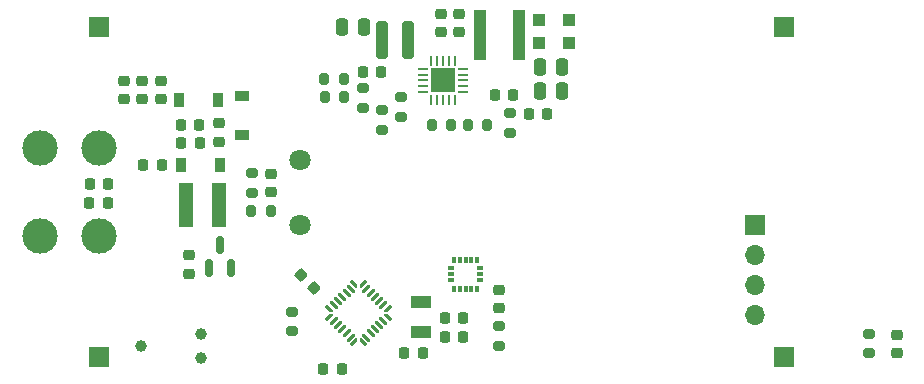
<source format=gbr>
%TF.GenerationSoftware,KiCad,Pcbnew,(6.0.2)*%
%TF.CreationDate,2022-04-09T16:32:05-06:00*%
%TF.ProjectId,SolarGPS,536f6c61-7247-4505-932e-6b696361645f,rev?*%
%TF.SameCoordinates,Original*%
%TF.FileFunction,Soldermask,Bot*%
%TF.FilePolarity,Negative*%
%FSLAX46Y46*%
G04 Gerber Fmt 4.6, Leading zero omitted, Abs format (unit mm)*
G04 Created by KiCad (PCBNEW (6.0.2)) date 2022-04-09 16:32:05*
%MOMM*%
%LPD*%
G01*
G04 APERTURE LIST*
G04 Aperture macros list*
%AMRoundRect*
0 Rectangle with rounded corners*
0 $1 Rounding radius*
0 $2 $3 $4 $5 $6 $7 $8 $9 X,Y pos of 4 corners*
0 Add a 4 corners polygon primitive as box body*
4,1,4,$2,$3,$4,$5,$6,$7,$8,$9,$2,$3,0*
0 Add four circle primitives for the rounded corners*
1,1,$1+$1,$2,$3*
1,1,$1+$1,$4,$5*
1,1,$1+$1,$6,$7*
1,1,$1+$1,$8,$9*
0 Add four rect primitives between the rounded corners*
20,1,$1+$1,$2,$3,$4,$5,0*
20,1,$1+$1,$4,$5,$6,$7,0*
20,1,$1+$1,$6,$7,$8,$9,0*
20,1,$1+$1,$8,$9,$2,$3,0*%
%AMFreePoly0*
4,1,17,0.364320,0.111820,0.377500,0.080000,0.377500,0.053642,0.377501,0.053640,0.369779,0.035000,0.364320,0.021820,0.364318,0.021819,0.230680,-0.111820,0.198860,-0.125000,-0.332500,-0.125000,-0.364320,-0.111820,-0.377500,-0.080000,-0.377500,0.080000,-0.364320,0.111820,-0.332500,0.125000,0.332500,0.125000,0.364320,0.111820,0.364320,0.111820,$1*%
%AMFreePoly1*
4,1,17,0.230680,0.111820,0.364318,-0.021819,0.364320,-0.021820,0.364320,-0.021821,0.377501,-0.053640,0.377500,-0.053642,0.377500,-0.080000,0.364320,-0.111820,0.332500,-0.125000,-0.332500,-0.125000,-0.364320,-0.111820,-0.377500,-0.080000,-0.377500,0.080000,-0.364320,0.111820,-0.332500,0.125000,0.198860,0.125000,0.230680,0.111820,0.230680,0.111820,$1*%
%AMFreePoly2*
4,1,17,0.111820,0.364320,0.125000,0.332500,0.125000,-0.332500,0.111820,-0.364320,0.080000,-0.377500,0.053642,-0.377500,0.053640,-0.377501,0.031140,-0.368181,0.021820,-0.364320,0.021819,-0.364318,-0.111820,-0.230680,-0.125000,-0.198860,-0.125000,0.332500,-0.111820,0.364320,-0.080000,0.377500,0.080000,0.377500,0.111820,0.364320,0.111820,0.364320,$1*%
%AMFreePoly3*
4,1,17,0.111820,0.364320,0.125000,0.332500,0.125000,-0.198858,0.125001,-0.198860,0.115681,-0.221360,0.111820,-0.230680,0.111818,-0.230681,-0.021820,-0.364320,-0.053640,-0.377500,-0.080000,-0.377500,-0.111820,-0.364320,-0.125000,-0.332500,-0.125000,0.332500,-0.111820,0.364320,-0.080000,0.377500,0.080000,0.377500,0.111820,0.364320,0.111820,0.364320,$1*%
%AMFreePoly4*
4,1,17,-0.198858,0.125000,0.332500,0.125000,0.364320,0.111820,0.377500,0.080000,0.377500,-0.080000,0.364320,-0.111820,0.332500,-0.125000,-0.332500,-0.125000,-0.364320,-0.111820,-0.377500,-0.080000,-0.377500,-0.053640,-0.364320,-0.021820,-0.230681,0.111818,-0.230680,0.111820,-0.221360,0.115681,-0.198860,0.125001,-0.198858,0.125000,-0.198858,0.125000,$1*%
%AMFreePoly5*
4,1,17,0.364320,0.111820,0.377500,0.080000,0.377500,-0.080000,0.364320,-0.111820,0.332500,-0.125000,-0.198858,-0.125000,-0.198860,-0.125001,-0.221360,-0.115681,-0.230680,-0.111820,-0.230681,-0.111818,-0.364320,0.021820,-0.377500,0.053640,-0.377500,0.080000,-0.364320,0.111820,-0.332500,0.125000,0.332500,0.125000,0.364320,0.111820,0.364320,0.111820,$1*%
%AMFreePoly6*
4,1,17,-0.021820,0.364320,0.111818,0.230681,0.111820,0.230680,0.111820,0.230679,0.125001,0.198860,0.125000,0.198858,0.125000,-0.332500,0.111820,-0.364320,0.080000,-0.377500,-0.080000,-0.377500,-0.111820,-0.364320,-0.125000,-0.332500,-0.125000,0.332500,-0.111820,0.364320,-0.080000,0.377500,-0.053640,0.377500,-0.021820,0.364320,-0.021820,0.364320,$1*%
%AMFreePoly7*
4,1,17,0.053642,0.377500,0.080000,0.377500,0.111820,0.364320,0.125000,0.332500,0.125000,-0.332500,0.111820,-0.364320,0.080000,-0.377500,-0.080000,-0.377500,-0.111820,-0.364320,-0.125000,-0.332500,-0.125000,0.198860,-0.111820,0.230680,0.021819,0.364318,0.021820,0.364320,0.031140,0.368181,0.053640,0.377501,0.053642,0.377500,0.053642,0.377500,$1*%
G04 Aperture macros list end*
%ADD10C,3.000000*%
%ADD11C,0.990600*%
%ADD12RoundRect,0.218750X-0.256250X0.218750X-0.256250X-0.218750X0.256250X-0.218750X0.256250X0.218750X0*%
%ADD13RoundRect,0.218750X0.256250X-0.218750X0.256250X0.218750X-0.256250X0.218750X-0.256250X-0.218750X0*%
%ADD14RoundRect,0.218750X0.218750X0.256250X-0.218750X0.256250X-0.218750X-0.256250X0.218750X-0.256250X0*%
%ADD15RoundRect,0.218750X-0.218750X-0.256250X0.218750X-0.256250X0.218750X0.256250X-0.218750X0.256250X0*%
%ADD16RoundRect,0.225000X0.335876X0.017678X0.017678X0.335876X-0.335876X-0.017678X-0.017678X-0.335876X0*%
%ADD17RoundRect,0.225000X0.250000X-0.225000X0.250000X0.225000X-0.250000X0.225000X-0.250000X-0.225000X0*%
%ADD18RoundRect,0.087500X0.087500X-0.187500X0.087500X0.187500X-0.087500X0.187500X-0.087500X-0.187500X0*%
%ADD19RoundRect,0.087500X0.187500X-0.087500X0.187500X0.087500X-0.187500X0.087500X-0.187500X-0.087500X0*%
%ADD20RoundRect,0.200000X-0.275000X0.200000X-0.275000X-0.200000X0.275000X-0.200000X0.275000X0.200000X0*%
%ADD21RoundRect,0.200000X-0.200000X-0.275000X0.200000X-0.275000X0.200000X0.275000X-0.200000X0.275000X0*%
%ADD22RoundRect,0.225000X-0.225000X-0.250000X0.225000X-0.250000X0.225000X0.250000X-0.225000X0.250000X0*%
%ADD23R,1.700000X1.700000*%
%ADD24RoundRect,0.062500X0.375000X0.062500X-0.375000X0.062500X-0.375000X-0.062500X0.375000X-0.062500X0*%
%ADD25RoundRect,0.062500X0.062500X0.375000X-0.062500X0.375000X-0.062500X-0.375000X0.062500X-0.375000X0*%
%ADD26R,2.000000X2.000000*%
%ADD27RoundRect,0.225000X-0.250000X0.225000X-0.250000X-0.225000X0.250000X-0.225000X0.250000X0.225000X0*%
%ADD28RoundRect,0.225000X0.225000X0.250000X-0.225000X0.250000X-0.225000X-0.250000X0.225000X-0.250000X0*%
%ADD29RoundRect,0.200000X0.200000X0.275000X-0.200000X0.275000X-0.200000X-0.275000X0.200000X-0.275000X0*%
%ADD30RoundRect,0.250000X0.250000X0.475000X-0.250000X0.475000X-0.250000X-0.475000X0.250000X-0.475000X0*%
%ADD31RoundRect,0.250000X-0.250000X-0.475000X0.250000X-0.475000X0.250000X0.475000X-0.250000X0.475000X0*%
%ADD32R,1.000000X1.000000*%
%ADD33R,1.000000X4.300000*%
%ADD34C,1.800000*%
%ADD35FreePoly0,135.000000*%
%ADD36RoundRect,0.062500X0.309359X-0.220971X-0.220971X0.309359X-0.309359X0.220971X0.220971X-0.309359X0*%
%ADD37FreePoly1,135.000000*%
%ADD38FreePoly2,135.000000*%
%ADD39RoundRect,0.062500X0.309359X0.220971X0.220971X0.309359X-0.309359X-0.220971X-0.220971X-0.309359X0*%
%ADD40FreePoly3,135.000000*%
%ADD41FreePoly4,135.000000*%
%ADD42FreePoly5,135.000000*%
%ADD43FreePoly6,135.000000*%
%ADD44FreePoly7,135.000000*%
%ADD45RoundRect,0.200000X0.275000X-0.200000X0.275000X0.200000X-0.275000X0.200000X-0.275000X-0.200000X0*%
%ADD46R,0.900000X1.200000*%
%ADD47O,1.700000X1.700000*%
%ADD48R,1.200000X0.900000*%
%ADD49R,1.200000X3.700000*%
%ADD50RoundRect,0.150000X0.150000X-0.587500X0.150000X0.587500X-0.150000X0.587500X-0.150000X-0.587500X0*%
%ADD51RoundRect,0.250000X0.250000X1.350000X-0.250000X1.350000X-0.250000X-1.350000X0.250000X-1.350000X0*%
%ADD52R,1.800000X1.000000*%
G04 APERTURE END LIST*
D10*
%TO.C,J7*%
X57000000Y-62250000D03*
X52000000Y-62250000D03*
X52000000Y-69750000D03*
X57000000Y-69750000D03*
%TD*%
D11*
%TO.C,J4*%
X65640000Y-80066000D03*
X65640000Y-78034000D03*
X60560000Y-79050000D03*
%TD*%
D12*
%TO.C,R3*%
X64600000Y-71362500D03*
X64600000Y-72937500D03*
%TD*%
D13*
%TO.C,C5*%
X124550000Y-79637500D03*
X124550000Y-78062500D03*
%TD*%
D14*
%TO.C,C9*%
X57787500Y-66900000D03*
X56212500Y-66900000D03*
%TD*%
D15*
%TO.C,C20*%
X63962500Y-61850000D03*
X65537500Y-61850000D03*
%TD*%
D16*
%TO.C,C25*%
X75198008Y-74148008D03*
X74101992Y-73051992D03*
%TD*%
D17*
%TO.C,C26*%
X90850000Y-75850000D03*
X90850000Y-74300000D03*
%TD*%
D18*
%TO.C,U6*%
X89050000Y-74175000D03*
X88550000Y-74175000D03*
X88050000Y-74175000D03*
X87550000Y-74175000D03*
X87050000Y-74175000D03*
D19*
X86825000Y-73450000D03*
X86825000Y-72950000D03*
X86825000Y-72450000D03*
D18*
X87050000Y-71725000D03*
X87550000Y-71725000D03*
X88050000Y-71725000D03*
X88550000Y-71725000D03*
X89050000Y-71725000D03*
D19*
X89275000Y-72450000D03*
X89275000Y-72950000D03*
X89275000Y-73450000D03*
%TD*%
D20*
%TO.C,R7*%
X122250000Y-77975000D03*
X122250000Y-79625000D03*
%TD*%
D21*
%TO.C,ROUT2*%
X76075000Y-56400000D03*
X77725000Y-56400000D03*
%TD*%
D22*
%TO.C,C10*%
X86275000Y-78250000D03*
X87825000Y-78250000D03*
%TD*%
D23*
%TO.C,J2*%
X57000000Y-80000000D03*
%TD*%
D24*
%TO.C,U3*%
X87837500Y-55550000D03*
X87837500Y-56050000D03*
X87837500Y-56550000D03*
X87837500Y-57050000D03*
X87837500Y-57550000D03*
D25*
X87150000Y-58237500D03*
X86650000Y-58237500D03*
X86150000Y-58237500D03*
X85650000Y-58237500D03*
X85150000Y-58237500D03*
D24*
X84462500Y-57550000D03*
X84462500Y-57050000D03*
X84462500Y-56550000D03*
X84462500Y-56050000D03*
X84462500Y-55550000D03*
D25*
X85150000Y-54862500D03*
X85650000Y-54862500D03*
X86150000Y-54862500D03*
X86650000Y-54862500D03*
X87150000Y-54862500D03*
D26*
X86150000Y-56550000D03*
%TD*%
D27*
%TO.C,C27*%
X87500000Y-50925000D03*
X87500000Y-52475000D03*
%TD*%
D20*
%TO.C,ROK1*%
X80950000Y-59075000D03*
X80950000Y-60725000D03*
%TD*%
D28*
%TO.C,C14*%
X94975000Y-59350000D03*
X93425000Y-59350000D03*
%TD*%
D27*
%TO.C,C21*%
X62250000Y-56575000D03*
X62250000Y-58125000D03*
%TD*%
D21*
%TO.C,R12*%
X69900000Y-67600000D03*
X71550000Y-67600000D03*
%TD*%
D29*
%TO.C,ROV1*%
X86825000Y-60350000D03*
X85175000Y-60350000D03*
%TD*%
D23*
%TO.C,J3*%
X57000000Y-52000000D03*
%TD*%
D30*
%TO.C,C12*%
X96250000Y-55400000D03*
X94350000Y-55400000D03*
%TD*%
D27*
%TO.C,C13*%
X71550000Y-64475000D03*
X71550000Y-66025000D03*
%TD*%
D28*
%TO.C,C17*%
X92075000Y-57800000D03*
X90525000Y-57800000D03*
%TD*%
D22*
%TO.C,C3*%
X63975000Y-60300000D03*
X65525000Y-60300000D03*
%TD*%
D17*
%TO.C,C22*%
X67200000Y-61725000D03*
X67200000Y-60175000D03*
%TD*%
D31*
%TO.C,C19*%
X77550000Y-52000000D03*
X79450000Y-52000000D03*
%TD*%
D32*
%TO.C,D1*%
X94300000Y-53400000D03*
X96800000Y-53400000D03*
%TD*%
D33*
%TO.C,L2*%
X92575000Y-52700000D03*
X89275000Y-52700000D03*
%TD*%
D34*
%TO.C,C8*%
X74000000Y-68750000D03*
X74000000Y-63250000D03*
%TD*%
D35*
%TO.C,U1*%
X81473106Y-76601786D03*
D36*
X81077126Y-76912913D03*
X80723573Y-77266466D03*
X80370019Y-77620019D03*
X80016466Y-77973573D03*
X79662913Y-78327126D03*
D37*
X79351786Y-78723106D03*
D38*
X78648214Y-78723106D03*
D39*
X78337087Y-78327126D03*
X77983534Y-77973573D03*
X77629981Y-77620019D03*
X77276427Y-77266466D03*
X76922874Y-76912913D03*
D40*
X76526894Y-76601786D03*
D41*
X76526894Y-75898214D03*
D36*
X76922874Y-75587087D03*
X77276427Y-75233534D03*
X77629981Y-74879981D03*
X77983534Y-74526427D03*
X78337087Y-74172874D03*
D42*
X78648214Y-73776894D03*
D43*
X79351786Y-73776894D03*
D39*
X79662913Y-74172874D03*
X80016466Y-74526427D03*
X80370019Y-74879981D03*
X80723573Y-75233534D03*
X81077126Y-75587087D03*
D44*
X81473106Y-75898214D03*
%TD*%
D17*
%TO.C,C2*%
X60650000Y-58125000D03*
X60650000Y-56575000D03*
%TD*%
D45*
%TO.C,R4*%
X91800000Y-60975000D03*
X91800000Y-59325000D03*
%TD*%
D46*
%TO.C,D5*%
X67100000Y-58200000D03*
X63800000Y-58200000D03*
%TD*%
D29*
%TO.C,ROV2*%
X89875000Y-60350000D03*
X88225000Y-60350000D03*
%TD*%
D21*
%TO.C,ROK3*%
X76125000Y-57950000D03*
X77775000Y-57950000D03*
%TD*%
D22*
%TO.C,C16*%
X60775000Y-63750000D03*
X62325000Y-63750000D03*
%TD*%
D32*
%TO.C,D3*%
X94300000Y-51400000D03*
X96800000Y-51400000D03*
%TD*%
D46*
%TO.C,D4*%
X63950000Y-63750000D03*
X67250000Y-63750000D03*
%TD*%
D22*
%TO.C,C18*%
X76025000Y-81000000D03*
X77575000Y-81000000D03*
%TD*%
D17*
%TO.C,C6*%
X59100000Y-58125000D03*
X59100000Y-56575000D03*
%TD*%
D22*
%TO.C,C23*%
X79375000Y-55800000D03*
X80925000Y-55800000D03*
%TD*%
%TO.C,C11*%
X82875000Y-79600000D03*
X84425000Y-79600000D03*
%TD*%
D20*
%TO.C,ROK2*%
X82550000Y-57975000D03*
X82550000Y-59625000D03*
%TD*%
D23*
%TO.C,J6*%
X115000000Y-52000000D03*
%TD*%
D20*
%TO.C,R2*%
X73350000Y-76125000D03*
X73350000Y-77775000D03*
%TD*%
D22*
%TO.C,C4*%
X86275000Y-76700000D03*
X87825000Y-76700000D03*
%TD*%
D20*
%TO.C,R13*%
X70000000Y-64425000D03*
X70000000Y-66075000D03*
%TD*%
D23*
%TO.C,J5*%
X115000000Y-80000000D03*
%TD*%
%TO.C,J8*%
X112525000Y-68750000D03*
D47*
X112525000Y-71290000D03*
X112525000Y-73830000D03*
X112525000Y-76370000D03*
%TD*%
D30*
%TO.C,C24*%
X96250000Y-57450000D03*
X94350000Y-57450000D03*
%TD*%
D20*
%TO.C,R1*%
X90850000Y-77375000D03*
X90850000Y-79025000D03*
%TD*%
D48*
%TO.C,D6*%
X69150000Y-61200000D03*
X69150000Y-57900000D03*
%TD*%
D49*
%TO.C,L1*%
X64400000Y-67100000D03*
X67200000Y-67100000D03*
%TD*%
D50*
%TO.C,Q1*%
X68200000Y-72387500D03*
X66300000Y-72387500D03*
X67250000Y-70512500D03*
%TD*%
D27*
%TO.C,C7*%
X85950000Y-50925000D03*
X85950000Y-52475000D03*
%TD*%
D51*
%TO.C,L3*%
X83150000Y-53150000D03*
X80950000Y-53150000D03*
%TD*%
D52*
%TO.C,Y1*%
X84300000Y-77850000D03*
X84300000Y-75350000D03*
%TD*%
D20*
%TO.C,ROUT1*%
X79350000Y-57225000D03*
X79350000Y-58875000D03*
%TD*%
D22*
%TO.C,C15*%
X56225000Y-65350000D03*
X57775000Y-65350000D03*
%TD*%
M02*

</source>
